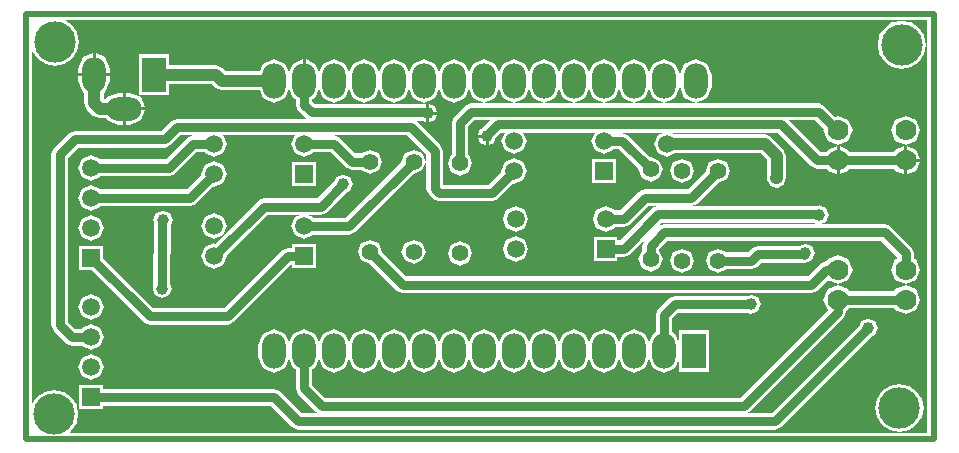
<source format=gbl>
G04*
G04 #@! TF.GenerationSoftware,Altium Limited,Altium Designer,18.0.7 (293)*
G04*
G04 Layer_Physical_Order=2*
G04 Layer_Color=16711680*
%FSLAX44Y44*%
%MOMM*%
G71*
G01*
G75*
%ADD15C,0.8000*%
%ADD16C,1.0000*%
%ADD17C,3.5000*%
%ADD18C,1.5240*%
%ADD19O,2.0000X3.0000*%
%ADD20R,2.0000X3.0000*%
%ADD21C,1.5000*%
%ADD22R,1.5000X1.5000*%
%ADD23R,2.0000X3.0000*%
%ADD24O,3.0000X2.0000*%
%ADD25O,2.0000X3.0000*%
%ADD26R,1.5000X1.5000*%
%ADD27C,1.4000*%
%ADD28C,1.7780*%
%ADD29C,1.0000*%
%ADD30C,0.5000*%
G36*
X765636Y7955D02*
X38824D01*
X41087Y9467D01*
X45517Y16096D01*
X47072Y23916D01*
X45517Y31735D01*
X41087Y38364D01*
X34458Y42793D01*
X26639Y44348D01*
X18820Y42793D01*
X12191Y38364D01*
X7955Y32024D01*
Y332389D01*
X8169Y331316D01*
X12598Y324687D01*
X19227Y320258D01*
X27046Y318702D01*
X34865Y320258D01*
X41494Y324687D01*
X45923Y331316D01*
X47478Y339135D01*
X45923Y346954D01*
X41494Y353583D01*
X35767Y357410D01*
X765636D01*
X765636Y7955D01*
D02*
G37*
%LPC*%
G36*
X744049Y357021D02*
X736230Y355465D01*
X729601Y351036D01*
X725172Y344407D01*
X723617Y336588D01*
X725172Y328769D01*
X729601Y322140D01*
X736230Y317711D01*
X744049Y316155D01*
X751869Y317711D01*
X758497Y322140D01*
X762927Y328769D01*
X764482Y336588D01*
X762927Y344407D01*
X758497Y351036D01*
X751869Y355465D01*
X744049Y357021D01*
D02*
G37*
G36*
X61539Y329176D02*
Y312399D01*
X73842D01*
Y316129D01*
X69867Y325727D01*
X61539Y329176D01*
D02*
G37*
G36*
X58999D02*
X50671Y325727D01*
X46696Y316129D01*
Y312399D01*
X58999D01*
Y329176D01*
D02*
G37*
G36*
X123609Y328669D02*
X98529D01*
Y293589D01*
X123609D01*
Y302968D01*
X159759D01*
X162518Y300208D01*
X168289Y297818D01*
X200405D01*
X203071Y291382D01*
X212669Y287406D01*
X222267Y291382D01*
X225369Y298871D01*
X228471Y291382D01*
X230990Y290338D01*
Y285659D01*
X233064Y280654D01*
X239413Y274304D01*
X240287Y273942D01*
X130373D01*
X125367Y271869D01*
X117027Y263528D01*
X43759D01*
X38753Y261455D01*
X26054Y248755D01*
X23980Y243749D01*
Y98969D01*
X26054Y93964D01*
X36213Y83804D01*
X37680Y83197D01*
X41219Y81730D01*
X49794D01*
X50045Y81125D01*
X57729Y77942D01*
X65413Y81125D01*
X68596Y88809D01*
X65413Y96494D01*
X57729Y99677D01*
X50045Y96494D01*
X49794Y95888D01*
X44151D01*
X38138Y101901D01*
Y240817D01*
X46691Y249370D01*
X119959D01*
X124964Y251444D01*
X133305Y259785D01*
X153961D01*
X153934Y259718D01*
X144089D01*
X139083Y257645D01*
X120837Y239398D01*
X65664D01*
X65413Y240004D01*
X57729Y243186D01*
X50045Y240004D01*
X46862Y232319D01*
X50045Y224635D01*
X57729Y221452D01*
X65413Y224635D01*
X65664Y225240D01*
X123769D01*
X128774Y227314D01*
X147021Y245560D01*
X153934D01*
X154185Y244955D01*
X161869Y241772D01*
X169553Y244955D01*
X172736Y252639D01*
X169776Y259785D01*
X230161D01*
X227202Y252639D01*
X230385Y244955D01*
X238069Y241772D01*
X245753Y244955D01*
X246004Y245560D01*
X260537D01*
X273703Y232394D01*
X275170Y231787D01*
X278709Y230320D01*
X286555D01*
X286647Y230098D01*
X293949Y227073D01*
X301250Y230098D01*
X304275Y237399D01*
X301250Y244701D01*
X293949Y247725D01*
X286647Y244701D01*
X286555Y244478D01*
X281641D01*
X268474Y257645D01*
X263469Y259718D01*
X246004D01*
X245977Y259785D01*
X325463D01*
X341480Y243768D01*
Y214793D01*
X343554Y209788D01*
X347364Y205978D01*
X352369Y203904D01*
X397073D01*
X402078Y205978D01*
X415263Y219163D01*
X415869Y218912D01*
X423553Y222095D01*
X426736Y229779D01*
X423553Y237464D01*
X415869Y240646D01*
X408185Y237464D01*
X405002Y229779D01*
X405252Y229174D01*
X394141Y218062D01*
X355638D01*
Y246700D01*
X354172Y250239D01*
X353564Y251705D01*
X333401Y271869D01*
X332528Y272230D01*
X338698D01*
X341574Y271039D01*
Y278674D01*
Y286310D01*
X341351Y286217D01*
X340939Y286388D01*
X247351D01*
X245148Y288591D01*
Y290338D01*
X247667Y291382D01*
X250769Y298871D01*
X253871Y291382D01*
X263469Y287406D01*
X273067Y291382D01*
X276169Y298871D01*
X279271Y291382D01*
X288869Y287406D01*
X298467Y291382D01*
X301569Y298871D01*
X304671Y291382D01*
X314269Y287406D01*
X323867Y291382D01*
X326969Y298871D01*
X330071Y291382D01*
X339669Y287406D01*
X349267Y291382D01*
X352369Y298871D01*
X355471Y291382D01*
X365069Y287406D01*
X374667Y291382D01*
X377769Y298871D01*
X380871Y291382D01*
X390469Y287406D01*
X400067Y291382D01*
X403169Y298871D01*
X406271Y291382D01*
X415869Y287406D01*
X425467Y291382D01*
X428569Y298871D01*
X431671Y291382D01*
X441269Y287406D01*
X450867Y291382D01*
X453969Y298871D01*
X457071Y291382D01*
X466669Y287406D01*
X476267Y291382D01*
X479369Y298871D01*
X482471Y291382D01*
X492069Y287406D01*
X501667Y291382D01*
X504769Y298871D01*
X507871Y291382D01*
X517469Y287406D01*
X527067Y291382D01*
X530169Y298871D01*
X533271Y291382D01*
X542869Y287406D01*
X552467Y291382D01*
X556204Y300404D01*
X559941Y291382D01*
X569539Y287406D01*
X579137Y291382D01*
X583112Y300979D01*
Y310979D01*
X579137Y320577D01*
X569539Y324552D01*
X559941Y320577D01*
X556204Y311554D01*
X552467Y320577D01*
X542869Y324552D01*
X533271Y320577D01*
X530169Y313087D01*
X527067Y320577D01*
X517469Y324552D01*
X507871Y320577D01*
X504769Y313087D01*
X501667Y320577D01*
X492069Y324552D01*
X482471Y320577D01*
X479369Y313087D01*
X476267Y320577D01*
X466669Y324552D01*
X457071Y320577D01*
X453969Y313087D01*
X450867Y320577D01*
X441269Y324552D01*
X431671Y320577D01*
X428569Y313087D01*
X425467Y320577D01*
X415869Y324552D01*
X406271Y320577D01*
X403169Y313087D01*
X400067Y320577D01*
X390469Y324552D01*
X380871Y320577D01*
X377769Y313087D01*
X374667Y320577D01*
X365069Y324552D01*
X355471Y320577D01*
X352369Y313087D01*
X349267Y320577D01*
X339669Y324552D01*
X330071Y320577D01*
X326969Y313087D01*
X323867Y320577D01*
X314269Y324552D01*
X304671Y320577D01*
X301569Y313087D01*
X298467Y320577D01*
X288869Y324552D01*
X279271Y320577D01*
X276169Y313087D01*
X273067Y320577D01*
X263469Y324552D01*
X253871Y320577D01*
X250769Y313087D01*
X247667Y320577D01*
X239339Y324026D01*
Y305979D01*
X236799D01*
Y324026D01*
X228471Y320577D01*
X225369Y313087D01*
X222267Y320577D01*
X212669Y324552D01*
X203071Y320577D01*
X200405Y314140D01*
X171670D01*
X168910Y316900D01*
X163139Y319291D01*
X123609D01*
Y328669D01*
D02*
G37*
G36*
X90669Y295892D02*
X86939D01*
Y283589D01*
X103716D01*
X100267Y291917D01*
X90669Y295892D01*
D02*
G37*
G36*
X344114Y286310D02*
Y279944D01*
X350479D01*
X348615Y284445D01*
X344114Y286310D01*
D02*
G37*
G36*
X350479Y277404D02*
X344114D01*
Y271039D01*
X348615Y272903D01*
X350479Y277404D01*
D02*
G37*
G36*
X103716Y281049D02*
X86939D01*
Y268746D01*
X90669D01*
X100267Y272722D01*
X103716Y281049D01*
D02*
G37*
G36*
X73842Y309859D02*
X60269D01*
X46696D01*
Y306129D01*
X50671Y296532D01*
X52108Y295937D01*
Y286999D01*
X54498Y281229D01*
X59178Y276548D01*
X64949Y274158D01*
X70476D01*
X71071Y272722D01*
X80669Y268746D01*
X84399D01*
Y282319D01*
Y295892D01*
X80669D01*
X71071Y291917D01*
X70476Y290480D01*
X68430D01*
Y295937D01*
X69867Y296532D01*
X73842Y306129D01*
Y309859D01*
D02*
G37*
G36*
X747339Y276441D02*
X738591Y272817D01*
X734967Y264069D01*
X738591Y255321D01*
X747339Y251698D01*
X756087Y255321D01*
X759711Y264069D01*
X756087Y272817D01*
X747339Y276441D01*
D02*
G37*
G36*
X673679Y286838D02*
X379489D01*
X374484Y284765D01*
X365144Y275425D01*
X363070Y270419D01*
Y243523D01*
X362847Y243431D01*
X359823Y236129D01*
X362847Y228828D01*
X370149Y225803D01*
X377450Y228828D01*
X380475Y236129D01*
X377450Y243431D01*
X377228Y243523D01*
Y267487D01*
X382421Y272681D01*
X395419D01*
X387683Y264945D01*
X387238Y264760D01*
X385374Y260259D01*
X393009D01*
Y258989D01*
X394279D01*
Y251354D01*
X398780Y253218D01*
X400760Y258000D01*
X404901Y262141D01*
X407885D01*
X405002Y255179D01*
X408185Y247495D01*
X415869Y244312D01*
X423553Y247495D01*
X426736Y255179D01*
X423853Y262141D01*
X484085D01*
X481202Y255179D01*
X484385Y247495D01*
X492069Y244312D01*
X499753Y247495D01*
X500004Y248100D01*
X504377D01*
X521205Y231272D01*
X521113Y231049D01*
X524137Y223748D01*
X531439Y220723D01*
X538741Y223748D01*
X541765Y231049D01*
X538741Y238351D01*
X531439Y241375D01*
X531216Y241283D01*
X512314Y260185D01*
X507593Y262141D01*
X541798Y262141D01*
X537633Y260415D01*
X534412Y252639D01*
X537633Y244863D01*
X545409Y241642D01*
X552255Y244478D01*
X624579D01*
X629958Y239099D01*
Y223429D01*
X630141Y222987D01*
X629987Y222435D01*
X629991Y222404D01*
X631455Y219814D01*
X632348Y217659D01*
X632773Y217483D01*
X633064Y216966D01*
X635964Y216161D01*
X638119Y215268D01*
X638544Y215444D01*
X639083Y215294D01*
X641555Y216692D01*
X643890Y217659D01*
X644080Y218118D01*
X644521Y218367D01*
X645208Y220842D01*
X646280Y223429D01*
Y242479D01*
X643890Y248250D01*
X633730Y258410D01*
X627959Y260800D01*
X552255D01*
X549020Y262141D01*
X638997D01*
X667474Y233664D01*
X672479Y231590D01*
X680749D01*
X681441Y229921D01*
X688919Y226824D01*
Y238669D01*
Y250515D01*
X681441Y247418D01*
X680749Y245748D01*
X675411D01*
X648479Y272681D01*
X670747D01*
X678269Y265159D01*
X677817Y264069D01*
X681441Y255321D01*
X690189Y251698D01*
X698937Y255321D01*
X702561Y264069D01*
X698937Y272817D01*
X690189Y276441D01*
X687940Y275509D01*
X678684Y284765D01*
X673679Y286838D01*
D02*
G37*
G36*
X391739Y257719D02*
X385374D01*
X387238Y253218D01*
X391739Y251354D01*
Y257719D01*
D02*
G37*
G36*
X748609Y250515D02*
Y239939D01*
X759185D01*
X756087Y247418D01*
X748609Y250515D01*
D02*
G37*
G36*
X330779Y247725D02*
X323477Y244701D01*
X320453Y237399D01*
X320545Y237177D01*
X273237Y189868D01*
X246004D01*
X245753Y190474D01*
X241536Y192220D01*
X252039D01*
X257044Y194294D01*
X274247Y211496D01*
X276860Y212579D01*
X279250Y218349D01*
X276860Y224120D01*
X271089Y226511D01*
X265318Y224120D01*
X264236Y221507D01*
X249107Y206378D01*
X203779D01*
X200240Y204912D01*
X198773Y204305D01*
X162474Y168006D01*
X161869Y168256D01*
X154185Y165074D01*
X151002Y157389D01*
X154185Y149705D01*
X161869Y146522D01*
X169553Y149705D01*
X172736Y157389D01*
X172485Y157995D01*
X206711Y192220D01*
X234602D01*
X230385Y190474D01*
X227202Y182789D01*
X230385Y175105D01*
X238069Y171922D01*
X245753Y175105D01*
X246004Y175711D01*
X276169D01*
X281174Y177784D01*
X330556Y227166D01*
X330779Y227073D01*
X338080Y230098D01*
X341105Y237399D01*
X338080Y244701D01*
X330779Y247725D01*
D02*
G37*
G36*
X691459Y250515D02*
Y238669D01*
Y226824D01*
X698937Y229921D01*
X699629Y231590D01*
X737899D01*
X738591Y229921D01*
X746069Y226824D01*
Y238669D01*
Y250515D01*
X738591Y247418D01*
X737899Y245748D01*
X699629D01*
X698937Y247418D01*
X691459Y250515D01*
D02*
G37*
G36*
X759185Y237399D02*
X748609D01*
Y226824D01*
X756087Y229921D01*
X759185Y237399D01*
D02*
G37*
G36*
X502109Y239819D02*
X482029D01*
Y219739D01*
X502109D01*
Y239819D01*
D02*
G37*
G36*
X588589Y240105D02*
X581287Y237081D01*
X578263Y229779D01*
X578355Y229557D01*
X562797Y213998D01*
X526359D01*
X522820Y212532D01*
X521353Y211925D01*
X505647Y196218D01*
X501274D01*
X501023Y196824D01*
X493339Y200007D01*
X485655Y196824D01*
X482472Y189139D01*
X485655Y181455D01*
X493339Y178272D01*
X501023Y181455D01*
X501274Y182061D01*
X508579D01*
X513584Y184134D01*
X529291Y199841D01*
X537336D01*
X532784Y197955D01*
X505647Y170818D01*
X503379D01*
Y173779D01*
X483299D01*
Y153699D01*
X503379D01*
Y156660D01*
X508579D01*
X513584Y158734D01*
X540721Y185870D01*
X670168D01*
X672781Y184788D01*
X542869D01*
X537864Y182715D01*
X526433Y171285D01*
X524360Y166279D01*
Y162243D01*
X524137Y162151D01*
X521113Y154849D01*
X524137Y147548D01*
X531439Y144523D01*
X538741Y147548D01*
X541765Y154849D01*
X538741Y162151D01*
X538518Y162243D01*
Y163347D01*
X545801Y170630D01*
X726627D01*
X740260Y156997D01*
Y155399D01*
X738591Y154707D01*
X734967Y145959D01*
X738591Y137211D01*
X747339Y133588D01*
X756087Y137211D01*
X759711Y145959D01*
X756087Y154707D01*
X754418Y155399D01*
Y159929D01*
X752952Y163469D01*
X752344Y164935D01*
X734564Y182715D01*
X729559Y184788D01*
X675847D01*
X680085Y186544D01*
X682475Y192314D01*
X680085Y198085D01*
X674314Y200476D01*
X673234Y200028D01*
X566182D01*
X570734Y201914D01*
X588366Y219546D01*
X588589Y219453D01*
X595891Y222478D01*
X598915Y229779D01*
X595891Y237081D01*
X588589Y240105D01*
D02*
G37*
G36*
X558109D02*
X550807Y237081D01*
X547783Y229779D01*
X550807Y222478D01*
X558109Y219453D01*
X565410Y222478D01*
X568435Y229779D01*
X565410Y237081D01*
X558109Y240105D01*
D02*
G37*
G36*
X248109Y237279D02*
X228029D01*
Y217199D01*
X248109D01*
Y237279D01*
D02*
G37*
G36*
X161869Y238106D02*
X154185Y234924D01*
X151002Y227239D01*
X151252Y226634D01*
X138617Y213998D01*
X65664D01*
X65413Y214604D01*
X57729Y217787D01*
X50045Y214604D01*
X46862Y206919D01*
X50045Y199235D01*
X57729Y196052D01*
X65413Y199235D01*
X65664Y199841D01*
X141549D01*
X146554Y201914D01*
X161264Y216623D01*
X161869Y216372D01*
X169553Y219555D01*
X172736Y227239D01*
X169553Y234924D01*
X161869Y238106D01*
D02*
G37*
G36*
X417139Y200007D02*
X409455Y196824D01*
X406272Y189139D01*
X409455Y181455D01*
X417139Y178272D01*
X424823Y181455D01*
X428006Y189139D01*
X424823Y196824D01*
X417139Y200007D01*
D02*
G37*
G36*
X161869Y193657D02*
X154185Y190474D01*
X151002Y182789D01*
X154185Y175105D01*
X161869Y171922D01*
X169553Y175105D01*
X172736Y182789D01*
X169553Y190474D01*
X161869Y193657D01*
D02*
G37*
G36*
X57729Y192386D02*
X50045Y189204D01*
X46862Y181519D01*
X50045Y173835D01*
X57729Y170652D01*
X65413Y173835D01*
X68596Y181519D01*
X65413Y189204D01*
X57729Y192386D01*
D02*
G37*
G36*
X662249Y168090D02*
X657870Y166277D01*
X622148D01*
X617142Y164204D01*
X613597Y160658D01*
X595983D01*
X595891Y160881D01*
X588589Y163905D01*
X581287Y160881D01*
X578263Y153579D01*
X581287Y146278D01*
X588589Y143253D01*
X595891Y146278D01*
X595983Y146501D01*
X616529D01*
X621534Y148574D01*
X625080Y152119D01*
X659584D01*
X661189Y151509D01*
X661998Y151872D01*
X662249Y151768D01*
X668020Y154158D01*
X670410Y159929D01*
X668020Y165700D01*
X662249Y168090D01*
D02*
G37*
G36*
X417139Y174606D02*
X409455Y171424D01*
X406272Y163739D01*
X409455Y156055D01*
X417139Y152872D01*
X424823Y156055D01*
X428006Y163739D01*
X424823Y171424D01*
X417139Y174606D01*
D02*
G37*
G36*
X330779Y171525D02*
X323477Y168501D01*
X320453Y161199D01*
X323477Y153898D01*
X330779Y150873D01*
X338080Y153898D01*
X341105Y161199D01*
X338080Y168501D01*
X330779Y171525D01*
D02*
G37*
G36*
X370149Y170255D02*
X362847Y167231D01*
X359823Y159929D01*
X362847Y152628D01*
X370149Y149603D01*
X377450Y152628D01*
X380475Y159929D01*
X377450Y167231D01*
X370149Y170255D01*
D02*
G37*
G36*
X558109Y163905D02*
X550807Y160881D01*
X547783Y153579D01*
X550807Y146278D01*
X558109Y143253D01*
X565410Y146278D01*
X568435Y153579D01*
X565410Y160881D01*
X558109Y163905D01*
D02*
G37*
G36*
X293949Y171525D02*
X286647Y168501D01*
X283623Y161199D01*
X286647Y153898D01*
X293949Y150873D01*
X294172Y150966D01*
X316813Y128324D01*
X321819Y126251D01*
X667399D01*
X672404Y128324D01*
X681397Y137317D01*
X681441Y137211D01*
X690189Y133588D01*
X698937Y137211D01*
X702561Y145959D01*
X698937Y154707D01*
X690189Y158331D01*
X681441Y154707D01*
X680749Y153038D01*
X680029D01*
X675023Y150965D01*
X664467Y140408D01*
X324751D01*
X304183Y160977D01*
X304275Y161199D01*
X301250Y168501D01*
X293949Y171525D01*
D02*
G37*
G36*
X747339Y132931D02*
X738591Y129307D01*
X737899Y127638D01*
X699629D01*
X698937Y129307D01*
X690189Y132931D01*
X681441Y129307D01*
X677817Y120559D01*
X681441Y111811D01*
X681497Y111788D01*
X607247Y37538D01*
X256171D01*
X245148Y48561D01*
Y61738D01*
X247667Y62782D01*
X250769Y70271D01*
X253871Y62782D01*
X263469Y58806D01*
X273067Y62782D01*
X276169Y70271D01*
X279271Y62782D01*
X288869Y58806D01*
X298467Y62782D01*
X301569Y70271D01*
X304671Y62782D01*
X314269Y58806D01*
X323867Y62782D01*
X326969Y70271D01*
X330071Y62782D01*
X339669Y58806D01*
X349267Y62782D01*
X352369Y70271D01*
X355471Y62782D01*
X365069Y58806D01*
X374667Y62782D01*
X377769Y70271D01*
X380871Y62782D01*
X390469Y58806D01*
X400067Y62782D01*
X403169Y70271D01*
X406271Y62782D01*
X415869Y58806D01*
X425467Y62782D01*
X428569Y70271D01*
X431671Y62782D01*
X441269Y58806D01*
X450867Y62782D01*
X453969Y70271D01*
X457071Y62782D01*
X466669Y58806D01*
X476267Y62782D01*
X479369Y70271D01*
X482471Y62782D01*
X492069Y58806D01*
X501667Y62782D01*
X504769Y70271D01*
X507871Y62782D01*
X517469Y58806D01*
X527067Y62782D01*
X530169Y70271D01*
X533271Y62782D01*
X542869Y58806D01*
X552467Y62782D01*
X555729Y70658D01*
Y59839D01*
X580809D01*
Y94919D01*
X555729D01*
Y84101D01*
X552467Y91977D01*
X549948Y93020D01*
Y104997D01*
X554691Y109741D01*
X613916D01*
X616529Y108658D01*
X622300Y111048D01*
X624690Y116819D01*
X622300Y122590D01*
X616529Y124981D01*
X613916Y123898D01*
X551759D01*
X546754Y121825D01*
X537864Y112935D01*
X535790Y107929D01*
Y93020D01*
X533271Y91977D01*
X530169Y84487D01*
X527067Y91977D01*
X517469Y95953D01*
X507871Y91977D01*
X504769Y84487D01*
X501667Y91977D01*
X492069Y95953D01*
X482471Y91977D01*
X479369Y84487D01*
X476267Y91977D01*
X466669Y95953D01*
X457071Y91977D01*
X453969Y84487D01*
X450867Y91977D01*
X441269Y95953D01*
X431671Y91977D01*
X428569Y84487D01*
X425467Y91977D01*
X415869Y95953D01*
X406271Y91977D01*
X403169Y84487D01*
X400067Y91977D01*
X390469Y95953D01*
X380871Y91977D01*
X377769Y84487D01*
X374667Y91977D01*
X365069Y95953D01*
X355471Y91977D01*
X352369Y84487D01*
X349267Y91977D01*
X339669Y95953D01*
X330071Y91977D01*
X326969Y84487D01*
X323867Y91977D01*
X314269Y95953D01*
X304671Y91977D01*
X301569Y84487D01*
X298467Y91977D01*
X288869Y95953D01*
X279271Y91977D01*
X276169Y84487D01*
X273067Y91977D01*
X263469Y95953D01*
X253871Y91977D01*
X250769Y84487D01*
X247667Y91977D01*
X238069Y95953D01*
X228471Y91977D01*
X225369Y84487D01*
X222267Y91977D01*
X212669Y95953D01*
X203071Y91977D01*
X199096Y82379D01*
Y72379D01*
X203071Y62782D01*
X212669Y58806D01*
X222267Y62782D01*
X225369Y70271D01*
X228471Y62782D01*
X230990Y61738D01*
Y45629D01*
X233064Y40624D01*
X248233Y25454D01*
X249699Y24847D01*
X249889Y24768D01*
X235921D01*
X217674Y43015D01*
X212669Y45088D01*
X67769D01*
Y48049D01*
X47689D01*
Y27969D01*
X67769D01*
Y30931D01*
X209737D01*
X227983Y12684D01*
X232989Y10611D01*
X636849D01*
X641854Y12684D01*
X718747Y89576D01*
X721360Y90659D01*
X723750Y96429D01*
X721360Y102200D01*
X715589Y104591D01*
X709818Y102200D01*
X708736Y99587D01*
X633917Y24768D01*
X613529D01*
X615184Y25454D01*
X695194Y105464D01*
X697268Y110469D01*
Y111120D01*
X698937Y111811D01*
X699629Y113481D01*
X737899D01*
X738591Y111811D01*
X747339Y108188D01*
X756087Y111811D01*
X759711Y120559D01*
X756087Y129307D01*
X747339Y132931D01*
D02*
G37*
G36*
X118689Y196031D02*
X112918Y193640D01*
X110528Y187869D01*
X111083Y186528D01*
X110517Y131591D01*
X109893Y130084D01*
X112283Y124313D01*
X118054Y121923D01*
X123825Y124313D01*
X126215Y130084D01*
X124698Y133748D01*
X125215Y183921D01*
X126850Y187869D01*
X124460Y193640D01*
X118689Y196031D01*
D02*
G37*
G36*
X248109Y167429D02*
X228029D01*
Y164468D01*
X224099D01*
X220560Y163002D01*
X219093Y162395D01*
X170367Y113668D01*
X110191D01*
X67769Y156090D01*
Y166159D01*
X47689D01*
Y146079D01*
X57758D01*
X102253Y101584D01*
X103720Y100977D01*
X107259Y99510D01*
X173299D01*
X178304Y101584D01*
X227031Y150310D01*
X228029D01*
Y147349D01*
X248109D01*
Y167429D01*
D02*
G37*
G36*
X57729Y125077D02*
X50045Y121894D01*
X46862Y114209D01*
X50045Y106525D01*
X57729Y103342D01*
X65413Y106525D01*
X68596Y114209D01*
X65413Y121894D01*
X57729Y125077D01*
D02*
G37*
G36*
Y74276D02*
X50045Y71094D01*
X46862Y63409D01*
X50045Y55725D01*
X57729Y52542D01*
X65413Y55725D01*
X68596Y63409D01*
X65413Y71094D01*
X57729Y74276D01*
D02*
G37*
G36*
X742139Y49439D02*
X734320Y47884D01*
X727691Y43455D01*
X723262Y36826D01*
X721706Y29007D01*
X723262Y21188D01*
X727691Y14559D01*
X734320Y10129D01*
X742139Y8574D01*
X749958Y10129D01*
X756587Y14559D01*
X761016Y21188D01*
X762572Y29007D01*
X761016Y36826D01*
X756587Y43455D01*
X749958Y47884D01*
X742139Y49439D01*
D02*
G37*
%LPD*%
D15*
X660331Y159198D02*
X660981Y158585D01*
X551759Y116819D02*
X616529D01*
X542869Y107929D02*
X551759Y116819D01*
X542869Y77379D02*
Y107929D01*
X667399Y133329D02*
X680029Y145959D01*
X321819Y133329D02*
X667399D01*
X293949Y161199D02*
X321819Y133329D01*
X690189Y110469D02*
Y120559D01*
X610179Y30459D02*
X690189Y110469D01*
X253239Y30459D02*
X610179D01*
X238069Y45629D02*
X253239Y30459D01*
X537789Y192949D02*
X673679D01*
X508579Y163739D02*
X537789Y192949D01*
X636849Y17689D02*
X715589Y96429D01*
X232989Y17689D02*
X636849D01*
X729559Y177709D02*
X747339Y159929D01*
Y145959D02*
Y159929D01*
X690189Y120559D02*
X747339D01*
X672479Y238669D02*
X690189D01*
X641929Y269219D02*
X672479Y238669D01*
X392374Y259624D02*
X401969Y269219D01*
X689369Y264069D02*
X690189D01*
X673679Y279759D02*
X689369Y264069D01*
X401969Y269219D02*
X641929Y269219D01*
X379489Y279759D02*
X673679D01*
X370149Y270419D02*
X379489Y279759D01*
X252039Y199299D02*
X271089Y218349D01*
X203779Y199299D02*
X252039D01*
X531439Y154849D02*
Y166279D01*
X493339Y163739D02*
X508579D01*
X660331Y159198D02*
X661518D01*
X622148D02*
X660331D01*
X661518D02*
X662249Y159929D01*
X616529Y153579D02*
X622148Y159198D01*
X117582Y130205D02*
X118169Y187151D01*
X117465Y130090D02*
X117582Y130205D01*
X276169Y182789D02*
X330779Y237399D01*
X238069Y182789D02*
X276169D01*
X224099Y157389D02*
X238069D01*
X173299Y106589D02*
X224099Y157389D01*
X107259Y106589D02*
X173299D01*
X57729Y156119D02*
X107259Y106589D01*
X212669Y38009D02*
X232989Y17689D01*
X57729Y38009D02*
X212669D01*
X507309Y255179D02*
X531439Y231049D01*
X492069Y255179D02*
X507309D01*
X278709Y237399D02*
X293949D01*
X263469Y252639D02*
X278709Y237399D01*
X238069Y252639D02*
X263469D01*
X680029Y145959D02*
X690189D01*
X588589Y153579D02*
X616529D01*
X244419Y279309D02*
X340939D01*
X238069Y285659D02*
X244419Y279309D01*
X328395Y266863D02*
X348559Y246700D01*
Y214793D02*
Y246700D01*
Y214793D02*
X352369Y210983D01*
X370149Y236129D02*
Y270419D01*
X526359Y206919D02*
X565729D01*
X508579Y189139D02*
X526359Y206919D01*
X493339Y189139D02*
X508579D01*
X542869Y177709D02*
X729559D01*
X531439Y166279D02*
X542869Y177709D01*
X565729Y206919D02*
X588589Y229779D01*
X238069Y45629D02*
Y77379D01*
X43759Y256449D02*
X119959D01*
X31059Y243749D02*
X43759Y256449D01*
X31059Y98969D02*
Y243749D01*
X41219Y88809D02*
X57729D01*
X31059Y98969D02*
X41219Y88809D01*
X130373Y266863D02*
X328395D01*
X119959Y256449D02*
X130373Y266863D01*
X144089Y252639D02*
X161869D01*
X123769Y232319D02*
X144089Y252639D01*
X57729Y232319D02*
X123769D01*
X141549Y206919D02*
X161869Y227239D01*
X57729Y206919D02*
X141549D01*
X161869Y157389D02*
X203779Y199299D01*
X238069Y285659D02*
Y305979D01*
X352369Y210983D02*
X397073D01*
X415869Y229779D01*
X690189Y238669D02*
X747339D01*
D16*
X638088Y223426D02*
X638092Y223395D01*
X168289Y305979D02*
X212669D01*
X163139Y311129D02*
X168289Y305979D01*
X111069Y311129D02*
X163139D01*
X64949Y282319D02*
X85669D01*
X60269Y286999D02*
X64949Y282319D01*
X60269Y286999D02*
Y311129D01*
X638119Y223429D02*
Y242479D01*
X627959Y252639D02*
X638119Y242479D01*
X545409Y252639D02*
X627959D01*
D17*
X742139Y29007D02*
D03*
X26639Y23916D02*
D03*
X744049Y336588D02*
D03*
X27046Y339135D02*
D03*
D18*
X545409Y252639D02*
D03*
D19*
X517469Y305979D02*
D03*
X542869D02*
D03*
X415869D02*
D03*
X441269D02*
D03*
X466669D02*
D03*
X492069D02*
D03*
X314269D02*
D03*
X339669D02*
D03*
X365069D02*
D03*
X390469D02*
D03*
X288869D02*
D03*
X263469D02*
D03*
X238069D02*
D03*
X212669D02*
D03*
Y77379D02*
D03*
X238069D02*
D03*
X263469D02*
D03*
X288869D02*
D03*
X390469D02*
D03*
X365069D02*
D03*
X339669D02*
D03*
X314269D02*
D03*
X492069D02*
D03*
X466669D02*
D03*
X441269D02*
D03*
X415869D02*
D03*
X542869D02*
D03*
X517469D02*
D03*
X569539Y305979D02*
D03*
D20*
X568269Y77379D02*
D03*
D21*
X57729Y232319D02*
D03*
Y206919D02*
D03*
Y181519D02*
D03*
Y114209D02*
D03*
Y88809D02*
D03*
Y63409D02*
D03*
X417139Y189139D02*
D03*
Y163739D02*
D03*
X493339Y189139D02*
D03*
X415869Y255179D02*
D03*
Y229779D02*
D03*
X492069Y255179D02*
D03*
X161869Y252639D02*
D03*
Y227239D02*
D03*
X238069Y252639D02*
D03*
X161869Y182789D02*
D03*
Y157389D02*
D03*
X238069Y182789D02*
D03*
D22*
X57729Y156119D02*
D03*
Y38009D02*
D03*
D23*
X111069Y311129D02*
D03*
D24*
X85669Y282319D02*
D03*
D25*
X60269Y311129D02*
D03*
D26*
X493339Y163739D02*
D03*
X492069Y229779D02*
D03*
X238069Y227239D02*
D03*
Y157389D02*
D03*
D27*
X588589Y229779D02*
D03*
Y153579D02*
D03*
X558109Y229779D02*
D03*
Y153579D02*
D03*
X531439Y231049D02*
D03*
Y154849D02*
D03*
X370149Y236129D02*
D03*
Y159929D02*
D03*
X330779Y237399D02*
D03*
Y161199D02*
D03*
X293949Y237399D02*
D03*
Y161199D02*
D03*
D28*
X747339Y145959D02*
D03*
Y120559D02*
D03*
X690189Y145959D02*
D03*
Y120559D02*
D03*
X747339Y264069D02*
D03*
Y238669D02*
D03*
X690189Y264069D02*
D03*
Y238669D02*
D03*
D29*
X616529Y116819D02*
D03*
X674314Y192314D02*
D03*
X715589Y96429D02*
D03*
X271089Y218349D02*
D03*
X662249Y159929D02*
D03*
X638119Y223429D02*
D03*
X545409Y252639D02*
D03*
X118054Y130084D02*
D03*
X118689Y187869D02*
D03*
X393009Y258989D02*
D03*
X342844Y278674D02*
D03*
D30*
X771091Y2500D02*
X771091Y362865D01*
X2500Y2500D02*
X771091D01*
X2500D02*
Y362865D01*
X771091D01*
M02*

</source>
